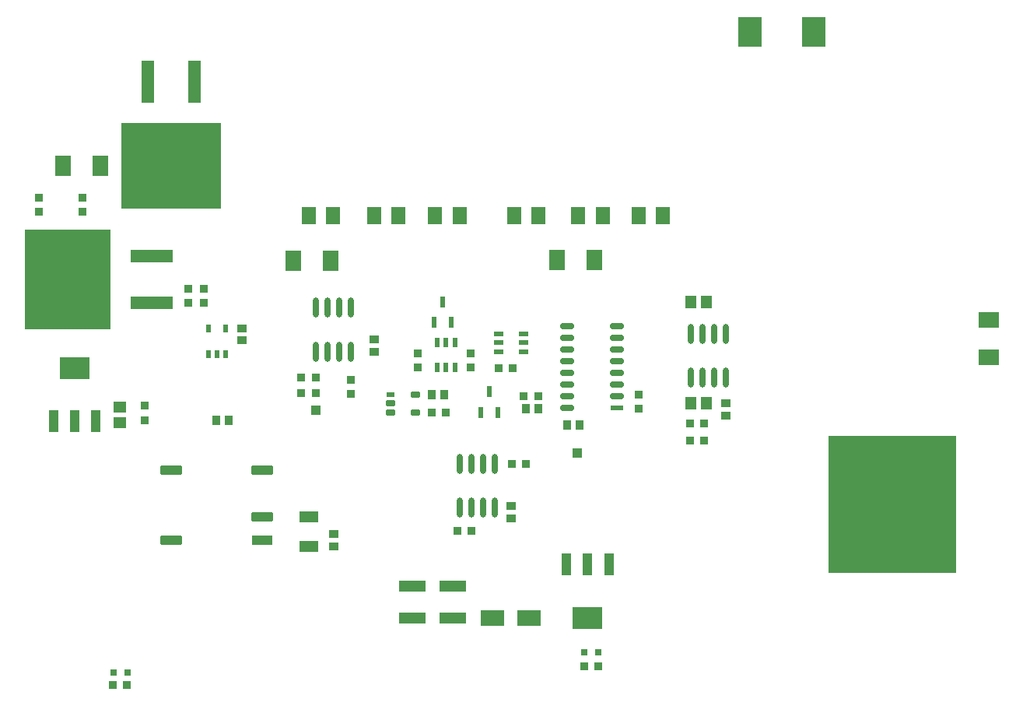
<source format=gtp>
G04*
G04 #@! TF.GenerationSoftware,Altium Limited,Altium Designer,18.1.6 (161)*
G04*
G04 Layer_Color=8421504*
%FSLAX25Y25*%
%MOIN*%
G70*
G01*
G75*
%ADD15R,0.03347X0.03347*%
%ADD16R,0.02362X0.04528*%
%ADD17R,0.02362X0.03937*%
%ADD18R,0.03937X0.03543*%
%ADD19R,0.55118X0.59055*%
%ADD20R,0.03543X0.03937*%
%ADD21O,0.02362X0.08661*%
%ADD22R,0.05906X0.07284*%
%ADD23R,0.07000X0.08500*%
%ADD24R,0.09843X0.12992*%
%ADD25R,0.03347X0.03347*%
%ADD26R,0.03937X0.02362*%
%ADD27R,0.03150X0.03150*%
%ADD28R,0.12992X0.09449*%
%ADD29R,0.03937X0.09449*%
%ADD30R,0.11417X0.04921*%
%ADD31R,0.05512X0.04528*%
%ADD32R,0.09843X0.06693*%
%ADD33R,0.04528X0.05512*%
%ADD34R,0.37008X0.42520*%
%ADD35R,0.18110X0.05315*%
%ADD36R,0.03740X0.02362*%
G04:AMPARAMS|DCode=37|XSize=23.62mil|YSize=37.4mil|CornerRadius=2.95mil|HoleSize=0mil|Usage=FLASHONLY|Rotation=90.000|XOffset=0mil|YOffset=0mil|HoleType=Round|Shape=RoundedRectangle|*
%AMROUNDEDRECTD37*
21,1,0.02362,0.03150,0,0,90.0*
21,1,0.01772,0.03740,0,0,90.0*
1,1,0.00591,0.01575,0.00886*
1,1,0.00591,0.01575,-0.00886*
1,1,0.00591,-0.01575,-0.00886*
1,1,0.00591,-0.01575,0.00886*
%
%ADD37ROUNDEDRECTD37*%
%ADD38R,0.08500X0.07000*%
%ADD39R,0.42520X0.37008*%
%ADD40R,0.05315X0.18110*%
%ADD41R,0.02362X0.03740*%
G04:AMPARAMS|DCode=42|XSize=39.37mil|YSize=90.16mil|CornerRadius=3.94mil|HoleSize=0mil|Usage=FLASHONLY|Rotation=90.000|XOffset=0mil|YOffset=0mil|HoleType=Round|Shape=RoundedRectangle|*
%AMROUNDEDRECTD42*
21,1,0.03937,0.08228,0,0,90.0*
21,1,0.03150,0.09016,0,0,90.0*
1,1,0.00787,0.04114,0.01575*
1,1,0.00787,0.04114,-0.01575*
1,1,0.00787,-0.04114,-0.01575*
1,1,0.00787,-0.04114,0.01575*
%
%ADD42ROUNDEDRECTD42*%
%ADD43R,0.09016X0.03937*%
%ADD44R,0.05709X0.02362*%
G04:AMPARAMS|DCode=45|XSize=23.62mil|YSize=57.09mil|CornerRadius=5.91mil|HoleSize=0mil|Usage=FLASHONLY|Rotation=270.000|XOffset=0mil|YOffset=0mil|HoleType=Round|Shape=RoundedRectangle|*
%AMROUNDEDRECTD45*
21,1,0.02362,0.04528,0,0,270.0*
21,1,0.01181,0.05709,0,0,270.0*
1,1,0.01181,-0.02264,-0.00591*
1,1,0.01181,-0.02264,0.00591*
1,1,0.01181,0.02264,0.00591*
1,1,0.01181,0.02264,-0.00591*
%
%ADD45ROUNDEDRECTD45*%
%ADD46R,0.03937X0.03937*%
%ADD47R,0.07874X0.04724*%
D15*
X202362Y142717D02*
D03*
Y148819D02*
D03*
X274410Y131299D02*
D03*
Y125197D02*
D03*
X179528Y142795D02*
D03*
Y148898D02*
D03*
X150787Y137598D02*
D03*
Y131496D02*
D03*
X62598Y126378D02*
D03*
Y120276D02*
D03*
X87795Y176575D02*
D03*
Y170472D02*
D03*
X17323Y215551D02*
D03*
Y209449D02*
D03*
X81102Y170512D02*
D03*
Y176614D02*
D03*
X35827Y215551D02*
D03*
Y209449D02*
D03*
D16*
X186417Y162106D02*
D03*
X193898D02*
D03*
X190157Y170965D02*
D03*
X206496Y123524D02*
D03*
X213976D02*
D03*
X210236Y132382D02*
D03*
D17*
X195473Y142795D02*
D03*
X191732D02*
D03*
X187992D02*
D03*
Y153543D02*
D03*
X191732D02*
D03*
X195473D02*
D03*
D18*
X161024Y149606D02*
D03*
Y154921D02*
D03*
X311457Y127362D02*
D03*
Y122047D02*
D03*
X219488Y78248D02*
D03*
Y83563D02*
D03*
X143701Y71457D02*
D03*
Y66142D02*
D03*
X104331Y154331D02*
D03*
Y159646D02*
D03*
D19*
X383071Y84252D02*
D03*
D20*
X249016Y118110D02*
D03*
X243701D02*
D03*
X185433Y131102D02*
D03*
X190748D02*
D03*
X231102Y125197D02*
D03*
X225787D02*
D03*
X93405Y120079D02*
D03*
X98721D02*
D03*
D21*
X197736Y82653D02*
D03*
X202736D02*
D03*
X207736D02*
D03*
X212736D02*
D03*
X197736Y101551D02*
D03*
X202736D02*
D03*
X207736D02*
D03*
X212736D02*
D03*
X311457Y157283D02*
D03*
X306457D02*
D03*
X301457D02*
D03*
X296457D02*
D03*
X311457Y138386D02*
D03*
X306457D02*
D03*
X301457D02*
D03*
X296457D02*
D03*
X135945Y149606D02*
D03*
X140945D02*
D03*
X145945D02*
D03*
X150945D02*
D03*
X135945Y168504D02*
D03*
X140945D02*
D03*
X145945D02*
D03*
X150945D02*
D03*
D22*
X220768Y207874D02*
D03*
X231201D02*
D03*
X197441D02*
D03*
X187008D02*
D03*
X248327D02*
D03*
X258760D02*
D03*
X171260D02*
D03*
X160827D02*
D03*
X274311D02*
D03*
X284744D02*
D03*
X143405D02*
D03*
X132972D02*
D03*
D23*
X27701Y229134D02*
D03*
X43701D02*
D03*
X239118Y188976D02*
D03*
X255118D02*
D03*
X142126Y188583D02*
D03*
X126126D02*
D03*
D24*
X322047Y286614D02*
D03*
X349213D02*
D03*
D25*
X225984Y101575D02*
D03*
X219882D02*
D03*
X225000Y130315D02*
D03*
X231102D02*
D03*
X220276Y142323D02*
D03*
X214173D02*
D03*
X191535Y123622D02*
D03*
X185433D02*
D03*
X135827Y138583D02*
D03*
X129724D02*
D03*
Y131890D02*
D03*
X135827D02*
D03*
X250787Y14961D02*
D03*
X256890D02*
D03*
X202736Y72835D02*
D03*
X196634D02*
D03*
X54921Y6693D02*
D03*
X48819D02*
D03*
X296161Y118701D02*
D03*
X302264D02*
D03*
X302264Y111614D02*
D03*
X296161D02*
D03*
D26*
X214173Y157087D02*
D03*
Y153347D02*
D03*
Y149606D02*
D03*
X224921D02*
D03*
Y153347D02*
D03*
Y157087D02*
D03*
D27*
X256890Y20827D02*
D03*
X250984D02*
D03*
X49213Y12205D02*
D03*
X55118D02*
D03*
D28*
X252362Y35630D02*
D03*
X32677Y142520D02*
D03*
D29*
X243307Y58465D02*
D03*
X252362D02*
D03*
X261417D02*
D03*
X41732Y119685D02*
D03*
X32677D02*
D03*
X23622D02*
D03*
D30*
X177165Y49213D02*
D03*
Y35630D02*
D03*
X194685Y49213D02*
D03*
Y35630D02*
D03*
D31*
X51968Y118996D02*
D03*
Y125886D02*
D03*
D32*
X211417Y35630D02*
D03*
X227165D02*
D03*
D33*
X303346Y170669D02*
D03*
X296457D02*
D03*
X303346Y127362D02*
D03*
X296457D02*
D03*
D34*
X29528Y180315D02*
D03*
D35*
X65551Y190315D02*
D03*
Y170315D02*
D03*
D36*
X167913Y131102D02*
D03*
D37*
Y127362D02*
D03*
Y123622D02*
D03*
X178740Y131102D02*
D03*
Y123622D02*
D03*
D38*
X424409Y162992D02*
D03*
Y146992D02*
D03*
D39*
X74016Y229134D02*
D03*
D40*
X64016Y265158D02*
D03*
X84016D02*
D03*
D41*
X89842Y148622D02*
D03*
X93583D02*
D03*
X97323D02*
D03*
Y159449D02*
D03*
X89842D02*
D03*
D42*
X73779Y98898D02*
D03*
Y68898D02*
D03*
X112795Y78898D02*
D03*
Y98898D02*
D03*
D43*
Y68898D02*
D03*
D44*
X265059Y125413D02*
D03*
D45*
Y130413D02*
D03*
Y135413D02*
D03*
Y140413D02*
D03*
Y145413D02*
D03*
Y150413D02*
D03*
Y155413D02*
D03*
Y160413D02*
D03*
X243602Y125413D02*
D03*
Y130413D02*
D03*
Y135413D02*
D03*
Y140413D02*
D03*
Y145413D02*
D03*
Y150413D02*
D03*
Y155413D02*
D03*
Y160413D02*
D03*
D46*
X135827Y124409D02*
D03*
X248031Y106299D02*
D03*
D47*
X132874Y78740D02*
D03*
Y66142D02*
D03*
M02*

</source>
